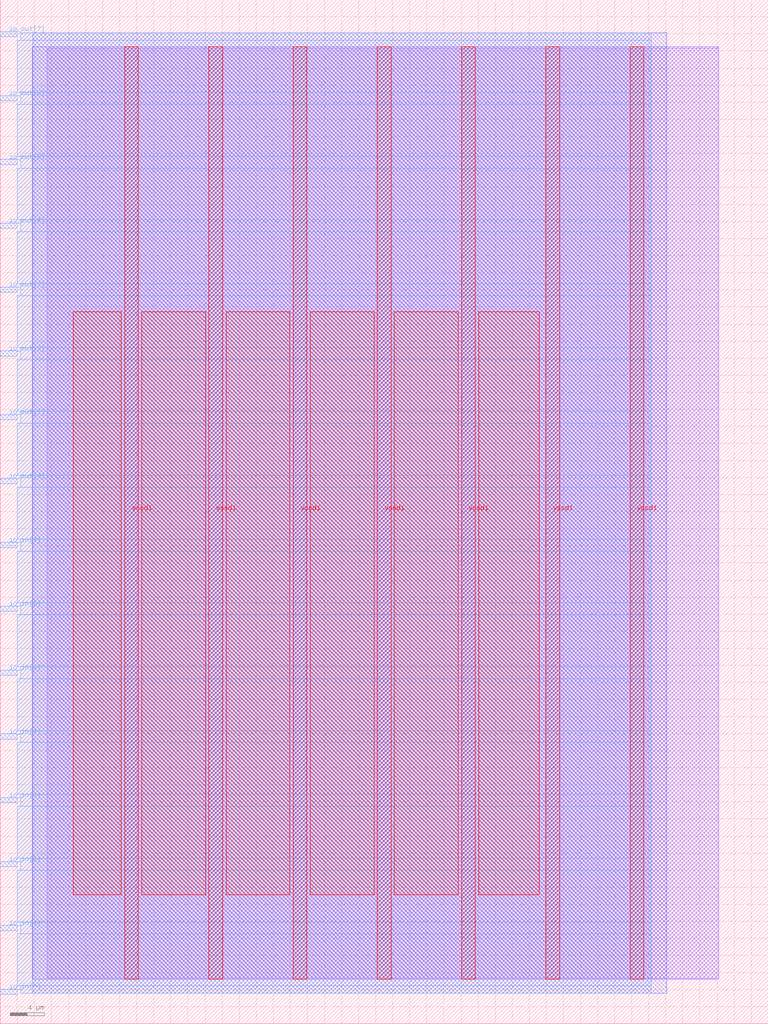
<source format=lef>
VERSION 5.7 ;
  NOWIREEXTENSIONATPIN ON ;
  DIVIDERCHAR "/" ;
  BUSBITCHARS "[]" ;
MACRO tomkeddie_top_tto_a
  CLASS BLOCK ;
  FOREIGN tomkeddie_top_tto_a ;
  ORIGIN 0.000 0.000 ;
  SIZE 90.000 BY 120.000 ;
  PIN io_in[0]
    DIRECTION INPUT ;
    USE SIGNAL ;
    PORT
      LAYER met3 ;
        RECT 0.000 3.440 2.000 4.040 ;
    END
  END io_in[0]
  PIN io_in[1]
    DIRECTION INPUT ;
    USE SIGNAL ;
    PORT
      LAYER met3 ;
        RECT 0.000 10.920 2.000 11.520 ;
    END
  END io_in[1]
  PIN io_in[2]
    DIRECTION INPUT ;
    USE SIGNAL ;
    PORT
      LAYER met3 ;
        RECT 0.000 18.400 2.000 19.000 ;
    END
  END io_in[2]
  PIN io_in[3]
    DIRECTION INPUT ;
    USE SIGNAL ;
    PORT
      LAYER met3 ;
        RECT 0.000 25.880 2.000 26.480 ;
    END
  END io_in[3]
  PIN io_in[4]
    DIRECTION INPUT ;
    USE SIGNAL ;
    PORT
      LAYER met3 ;
        RECT 0.000 33.360 2.000 33.960 ;
    END
  END io_in[4]
  PIN io_in[5]
    DIRECTION INPUT ;
    USE SIGNAL ;
    PORT
      LAYER met3 ;
        RECT 0.000 40.840 2.000 41.440 ;
    END
  END io_in[5]
  PIN io_in[6]
    DIRECTION INPUT ;
    USE SIGNAL ;
    PORT
      LAYER met3 ;
        RECT 0.000 48.320 2.000 48.920 ;
    END
  END io_in[6]
  PIN io_in[7]
    DIRECTION INPUT ;
    USE SIGNAL ;
    PORT
      LAYER met3 ;
        RECT 0.000 55.800 2.000 56.400 ;
    END
  END io_in[7]
  PIN io_out[0]
    DIRECTION OUTPUT TRISTATE ;
    USE SIGNAL ;
    PORT
      LAYER met3 ;
        RECT 0.000 63.280 2.000 63.880 ;
    END
  END io_out[0]
  PIN io_out[1]
    DIRECTION OUTPUT TRISTATE ;
    USE SIGNAL ;
    PORT
      LAYER met3 ;
        RECT 0.000 70.760 2.000 71.360 ;
    END
  END io_out[1]
  PIN io_out[2]
    DIRECTION OUTPUT TRISTATE ;
    USE SIGNAL ;
    PORT
      LAYER met3 ;
        RECT 0.000 78.240 2.000 78.840 ;
    END
  END io_out[2]
  PIN io_out[3]
    DIRECTION OUTPUT TRISTATE ;
    USE SIGNAL ;
    PORT
      LAYER met3 ;
        RECT 0.000 85.720 2.000 86.320 ;
    END
  END io_out[3]
  PIN io_out[4]
    DIRECTION OUTPUT TRISTATE ;
    USE SIGNAL ;
    PORT
      LAYER met3 ;
        RECT 0.000 93.200 2.000 93.800 ;
    END
  END io_out[4]
  PIN io_out[5]
    DIRECTION OUTPUT TRISTATE ;
    USE SIGNAL ;
    PORT
      LAYER met3 ;
        RECT 0.000 100.680 2.000 101.280 ;
    END
  END io_out[5]
  PIN io_out[6]
    DIRECTION OUTPUT TRISTATE ;
    USE SIGNAL ;
    PORT
      LAYER met3 ;
        RECT 0.000 108.160 2.000 108.760 ;
    END
  END io_out[6]
  PIN io_out[7]
    DIRECTION OUTPUT TRISTATE ;
    USE SIGNAL ;
    PORT
      LAYER met3 ;
        RECT 0.000 115.640 2.000 116.240 ;
    END
  END io_out[7]
  PIN vccd1
    DIRECTION INOUT ;
    USE POWER ;
    PORT
      LAYER met4 ;
        RECT 14.590 5.200 16.190 114.480 ;
    END
    PORT
      LAYER met4 ;
        RECT 34.330 5.200 35.930 114.480 ;
    END
    PORT
      LAYER met4 ;
        RECT 54.070 5.200 55.670 114.480 ;
    END
    PORT
      LAYER met4 ;
        RECT 73.810 5.200 75.410 114.480 ;
    END
  END vccd1
  PIN vssd1
    DIRECTION INOUT ;
    USE GROUND ;
    PORT
      LAYER met4 ;
        RECT 24.460 5.200 26.060 114.480 ;
    END
    PORT
      LAYER met4 ;
        RECT 44.200 5.200 45.800 114.480 ;
    END
    PORT
      LAYER met4 ;
        RECT 63.940 5.200 65.540 114.480 ;
    END
  END vssd1
  OBS
      LAYER li1 ;
        RECT 5.520 5.355 84.180 114.325 ;
      LAYER met1 ;
        RECT 3.750 5.200 84.180 114.480 ;
      LAYER met2 ;
        RECT 3.780 3.555 78.100 116.125 ;
      LAYER met3 ;
        RECT 2.400 115.240 76.295 116.105 ;
        RECT 2.000 109.160 76.295 115.240 ;
        RECT 2.400 107.760 76.295 109.160 ;
        RECT 2.000 101.680 76.295 107.760 ;
        RECT 2.400 100.280 76.295 101.680 ;
        RECT 2.000 94.200 76.295 100.280 ;
        RECT 2.400 92.800 76.295 94.200 ;
        RECT 2.000 86.720 76.295 92.800 ;
        RECT 2.400 85.320 76.295 86.720 ;
        RECT 2.000 79.240 76.295 85.320 ;
        RECT 2.400 77.840 76.295 79.240 ;
        RECT 2.000 71.760 76.295 77.840 ;
        RECT 2.400 70.360 76.295 71.760 ;
        RECT 2.000 64.280 76.295 70.360 ;
        RECT 2.400 62.880 76.295 64.280 ;
        RECT 2.000 56.800 76.295 62.880 ;
        RECT 2.400 55.400 76.295 56.800 ;
        RECT 2.000 49.320 76.295 55.400 ;
        RECT 2.400 47.920 76.295 49.320 ;
        RECT 2.000 41.840 76.295 47.920 ;
        RECT 2.400 40.440 76.295 41.840 ;
        RECT 2.000 34.360 76.295 40.440 ;
        RECT 2.400 32.960 76.295 34.360 ;
        RECT 2.000 26.880 76.295 32.960 ;
        RECT 2.400 25.480 76.295 26.880 ;
        RECT 2.000 19.400 76.295 25.480 ;
        RECT 2.400 18.000 76.295 19.400 ;
        RECT 2.000 11.920 76.295 18.000 ;
        RECT 2.400 10.520 76.295 11.920 ;
        RECT 2.000 4.440 76.295 10.520 ;
        RECT 2.400 3.575 76.295 4.440 ;
      LAYER met4 ;
        RECT 8.575 15.135 14.190 83.465 ;
        RECT 16.590 15.135 24.060 83.465 ;
        RECT 26.460 15.135 33.930 83.465 ;
        RECT 36.330 15.135 43.800 83.465 ;
        RECT 46.200 15.135 53.670 83.465 ;
        RECT 56.070 15.135 63.185 83.465 ;
  END
END tomkeddie_top_tto_a
END LIBRARY


</source>
